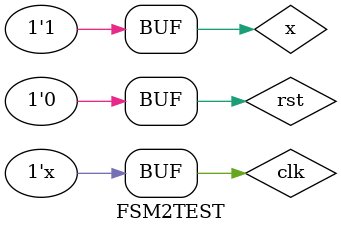
<source format=v>
`timescale 1ns / 1ps


//20L118 HARIHARAN R R
module FSM2TEST;

	// Inputs
	reg x;
	reg rst;
	reg clk;

	// Outputs
	wire y;

	// Instantiate the Unit Under Test (UUT)
	FSM2 uut (
		.x(x), 
		.rst(rst), 
		.clk(clk), 
		.y(y)
	);

	always #50 clk =~clk;
	
	initial begin
		// Initialize Inputs
		x = 0; rst = 1; clk =0;

		// Wait 100 ns for global reset to finish
		#100 rst=0;x=1;
		#100 x=0;
		#100 x=1;
		#100 x=0;
		#100 x=1;
		end
		endmodule
</source>
